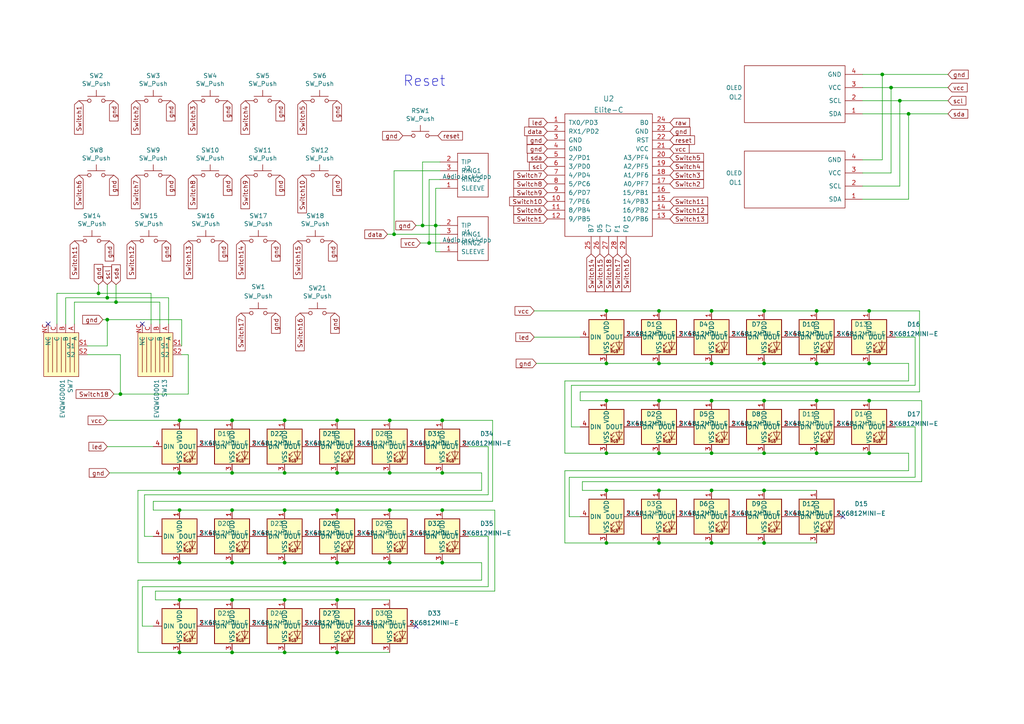
<source format=kicad_sch>
(kicad_sch (version 20211123) (generator eeschema)
  (paper "A4")
  (title_block (title "Sweep V2") (date "2021-03-10") (rev "0.1") (company "broomlabs"))
  (lib_symbols
    (symbol "Switch:SW_Push" (pin_numbers hide) (pin_names (offset 1.016) hide)
      (property "Reference" "SW" (at 1.27 2.54 0))
      (property "Value" "SW_Push" (at 0 -1.524 0))
      (symbol "SW_Push_0_1"
        (circle (center -2.032 0) (radius 0.508))
        (polyline (pts (xy 0 1.27) (xy 0 3.048)))
        (polyline (pts (xy 2.54 1.27) (xy -2.54 1.27)))
        (circle (center 2.032 0) (radius 0.508))
        (pin passive line (at -5.08 0 0) (length 2.54) (name "1") (number "1"))
        (pin passive line (at 5.08 0 180) (length 2.54) (name "2") (number "2"))
      )
    )
    (symbol "barobord:EVQWGD001" (pin_names (offset 1.016))
      (property "Reference" "SW" (at 3.81 6.35 0))
      (property "Value" "EVQWGD001" (at 0 -8.89 0))
      (symbol "EVQWGD001_0_1"
        (rectangle (start -6.35 3.81) (end 6.35 -6.35) (fill (type background)))
        (polyline (pts (xy -5.08 -5.08) (xy 5.08 -5.08)))
        (polyline (pts (xy -5.08 -3.81) (xy 5.08 -3.81)))
        (polyline (pts (xy -5.08 -2.54) (xy 5.08 -2.54)))
        (polyline (pts (xy -5.08 -1.27) (xy 5.08 -1.27)))
        (polyline (pts (xy -5.08 0) (xy 5.08 0)))
        (polyline (pts (xy -5.08 1.27) (xy 5.08 1.27)))
        (polyline (pts (xy -5.08 2.54) (xy 5.08 2.54)))
      )
      (symbol "EVQWGD001_1_1"
        (pin output line (at -8.89 2.54 0) (length 2.54) (name "A") (number "A"))
        (pin output line (at -8.89 0 0) (length 2.54) (name "B") (number "B"))
        (pin passive line (at -8.89 -2.54 0) (length 2.54) (name "C") (number "C"))
        (pin unspecified line (at -8.89 -5.08 0) (length 2.54) (name "NC") (number "NC"))
        (pin output line (at -2.54 6.35 270) (length 2.54) (name "S1") (number "S1"))
        (pin output line (at 0 6.35 270) (length 2.54) (name "S2") (number "S2"))
      )
    )
    (symbol "kbd:OLED" (pin_names (offset 1.016))
      (property "Reference" "OL" (at 0 2.54 0))
      (property "Value" "OLED" (at 0 -1.27 0))
      (symbol "OLED_0_1"
        (rectangle (start -13.97 8.89) (end 15.24 -7.62))
      )
      (symbol "OLED_1_1"
        (pin bidirectional line (at -19.05 6.35 0) (length 5.08) (name "SDA") (number "1"))
        (pin bidirectional line (at -19.05 2.54 0) (length 5.08) (name "SCL") (number "2"))
        (pin power_in line (at -19.05 -1.27 0) (length 5.08) (name "VCC") (number "3"))
        (pin power_in line (at -19.05 -5.08 0) (length 5.08) (name "GND") (number "4"))
      )
    )
    (symbol "keebio:Elite-C" (pin_names (offset 1.016))
      (property "Reference" "U" (at 0 0 0))
      (property "Value" "Elite-C" (at 0 2.54 0))
      (symbol "Elite-C_0_1"
        (rectangle (start 12.7 -19.05) (end -12.7 16.51))
      )
      (symbol "Elite-C_1_1"
        (pin input line (at -17.78 13.97 0) (length 5.08) (name "TX0/PD3") (number "1"))
        (pin input line (at -17.78 -8.89 0) (length 5.08) (name "7/PE6") (number "10"))
        (pin input line (at -17.78 -11.43 0) (length 5.08) (name "8/PB4") (number "11"))
        (pin input line (at -17.78 -13.97 0) (length 5.08) (name "9/PB5") (number "12"))
        (pin input line (at 17.78 -13.97 180) (length 5.08) (name "10/PB6") (number "13"))
        (pin input line (at 17.78 -11.43 180) (length 5.08) (name "16/PB2") (number "14"))
        (pin input line (at 17.78 -8.89 180) (length 5.08) (name "14/PB3") (number "15"))
        (pin input line (at 17.78 -6.35 180) (length 5.08) (name "15/PB1") (number "16"))
        (pin input line (at 17.78 -3.81 180) (length 5.08) (name "A0/PF7") (number "17"))
        (pin input line (at 17.78 -1.27 180) (length 5.08) (name "A1/PF6") (number "18"))
        (pin input line (at 17.78 1.27 180) (length 5.08) (name "A2/PF5") (number "19"))
        (pin input line (at -17.78 11.43 0) (length 5.08) (name "RX1/PD2") (number "2"))
        (pin input line (at 17.78 3.81 180) (length 5.08) (name "A3/PF4") (number "20"))
        (pin input line (at 17.78 6.35 180) (length 5.08) (name "VCC") (number "21"))
        (pin input line (at 17.78 8.89 180) (length 5.08) (name "RST") (number "22"))
        (pin input line (at 17.78 11.43 180) (length 5.08) (name "GND") (number "23"))
        (pin input line (at 17.78 13.97 180) (length 5.08) (name "B0") (number "24"))
        (pin input line (at -5.08 -24.13 90) (length 5.08) (name "B7") (number "25"))
        (pin input line (at -2.54 -24.13 90) (length 5.08) (name "D5") (number "26"))
        (pin input line (at 0 -24.13 90) (length 5.08) (name "C7") (number "27"))
        (pin input line (at 2.54 -24.13 90) (length 5.08) (name "F1") (number "28"))
        (pin input line (at 5.08 -24.13 90) (length 5.08) (name "F0") (number "29"))
        (pin input line (at -17.78 8.89 0) (length 5.08) (name "GND") (number "3"))
        (pin input line (at -17.78 6.35 0) (length 5.08) (name "GND") (number "4"))
        (pin input line (at -17.78 3.81 0) (length 5.08) (name "2/PD1") (number "5"))
        (pin input line (at -17.78 1.27 0) (length 5.08) (name "3/PD0") (number "6"))
        (pin input line (at -17.78 -1.27 0) (length 5.08) (name "4/PD4") (number "7"))
        (pin input line (at -17.78 -3.81 0) (length 5.08) (name "5/PC6") (number "8"))
        (pin input line (at -17.78 -6.35 0) (length 5.08) (name "6/PD7") (number "9"))
      )
    )
    (symbol "keebio:TRRS" (pin_names (offset 1.016))
      (property "Reference" "U" (at 0 15.24 0))
      (property "Value" "TRRS" (at 0 -2.54 0))
      (symbol "TRRS_0_1"
        (rectangle (start -3.81 0) (end -3.81 12.7))
        (rectangle (start -3.81 12.7) (end 5.08 12.7))
        (rectangle (start 5.08 0) (end -3.81 0))
        (rectangle (start 5.08 12.7) (end 5.08 0))
      )
      (symbol "TRRS_1_1"
        (pin input line (at -8.89 2.54 0) (length 5.08) (name "SLEEVE") (number "1"))
        (pin input line (at -8.89 10.16 0) (length 5.08) (name "TIP") (number "2"))
        (pin input line (at -8.89 7.62 0) (length 5.08) (name "RING1") (number "3"))
        (pin input line (at -8.89 5.08 0) (length 5.08) (name "RING2") (number "4"))
      )
    )
    (symbol "kicad-keyboard-parts:SK6812MINI-E" (pin_names (offset 0.254))
      (property "Reference" "D" (at 5.08 5.715 0))
      (property "Value" "SK6812MINI-E" (at 1.27 -5.715 0))
      (symbol "SK6812MINI-E_0_0"
        (text "RGB" (at 2.286 -4.191 0) (effects (font (size 0.762 0.762))))
      )
      (symbol "SK6812MINI-E_0_1"
        (polyline (pts (xy 1.27 -3.556) (xy 1.778 -3.556)))
        (polyline (pts (xy 1.27 -2.54) (xy 1.778 -2.54)))
        (polyline (pts (xy 4.699 -3.556) (xy 2.667 -3.556)))
        (polyline (pts (xy 2.286 -2.54) (xy 1.27 -3.556) (xy 1.27 -3.048)))
        (polyline (pts (xy 2.286 -1.524) (xy 1.27 -2.54) (xy 1.27 -2.032)))
        (polyline (pts (xy 3.683 -1.016) (xy 3.683 -3.556) (xy 3.683 -4.064)))
        (polyline (pts (xy 4.699 -1.524) (xy 2.667 -1.524) (xy 3.683 -3.556) (xy 4.699 -1.524)))
        (rectangle (start 5.08 5.08) (end -5.08 -5.08) (stroke (width 0.254)) (fill (type background)))
      )
      (symbol "SK6812MINI-E_1_1"
        (pin power_in line (at 0 7.62 270) (length 2.54) (name "VDD") (number "1"))
        (pin output line (at 7.62 0 180) (length 2.54) (name "DOUT") (number "2"))
        (pin power_in line (at 0 -7.62 90) (length 2.54) (name "VSS") (number "3"))
        (pin input line (at -7.62 0 0) (length 2.54) (name "DIN") (number "4"))
      )
    )
  )
  (junction (at 128.27 147.955))
  (junction (at 97.79 173.99))
  (junction (at 252.095 90.17))
  (junction (at 82.55 163.195))
  (junction (at 34.925 114.3))
  (junction (at 52.07 173.99))
  (junction (at 175.895 116.205))
  (junction (at 255.905 21.59))
  (junction (at 82.55 121.92))
  (junction (at 236.855 90.17))
  (junction (at 236.855 105.41))
  (junction (at 113.03 137.16))
  (junction (at 252.095 105.41))
  (junction (at 206.375 90.17))
  (junction (at 206.375 105.41))
  (junction (at 128.27 121.92))
  (junction (at 97.79 137.16))
  (junction (at 191.135 105.41))
  (junction (at 128.27 137.16))
  (junction (at 67.31 147.955))
  (junction (at 67.31 163.195))
  (junction (at 175.895 90.17))
  (junction (at 191.135 90.17))
  (junction (at 191.135 142.24))
  (junction (at 206.375 131.445))
  (junction (at 175.895 105.41))
  (junction (at 124.46 70.485))
  (junction (at 97.79 121.92))
  (junction (at 221.615 157.48))
  (junction (at 221.615 116.205))
  (junction (at 263.525 33.02))
  (junction (at 52.07 163.195))
  (junction (at 221.615 142.24))
  (junction (at 206.375 116.205))
  (junction (at 52.07 147.955))
  (junction (at 31.115 92.71))
  (junction (at 260.985 29.21))
  (junction (at 82.55 189.23))
  (junction (at 52.07 137.16))
  (junction (at 52.07 189.23))
  (junction (at 113.03 163.195))
  (junction (at 28.575 85.09))
  (junction (at 175.895 142.24))
  (junction (at 52.07 121.92))
  (junction (at 114.3 67.945))
  (junction (at 175.895 131.445))
  (junction (at 82.55 137.16))
  (junction (at 82.55 173.99))
  (junction (at 175.895 157.48))
  (junction (at 67.31 189.23))
  (junction (at 33.655 87.63))
  (junction (at 236.855 116.205))
  (junction (at 191.135 116.205))
  (junction (at 191.135 131.445))
  (junction (at 113.03 147.955))
  (junction (at 206.375 157.48))
  (junction (at 221.615 131.445))
  (junction (at 252.095 131.445))
  (junction (at 97.79 163.195))
  (junction (at 191.135 157.48))
  (junction (at 113.03 121.92))
  (junction (at 97.79 147.955))
  (junction (at 258.445 25.4))
  (junction (at 221.615 90.17))
  (junction (at 122.555 65.405))
  (junction (at 221.615 105.41))
  (junction (at 128.27 163.195))
  (junction (at 82.55 147.955))
  (junction (at 67.31 121.92))
  (junction (at 67.31 173.99))
  (junction (at 236.855 131.445))
  (junction (at 97.79 189.23))
  (junction (at 206.375 142.24))
  (junction (at 252.095 116.205))
  (junction (at 67.31 137.16))
  (junction (at 126.365 65.405))
  (junction (at 31.115 86.36))
  (no_connect (at 120.65 181.61))
  (no_connect (at 41.275 93.98))
  (no_connect (at 244.475 149.86))
  (no_connect (at 13.97 93.98))
  (wire (pts (xy 263.525 136.525) (xy 163.83 136.525)))
  (wire (pts (xy 267.335 116.205) (xy 267.335 139.7)))
  (wire (pts (xy 126.365 65.405) (xy 126.365 73.025)))
  (wire (pts (xy 16.51 85.09) (xy 16.51 93.98)))
  (wire (pts (xy 67.31 189.23) (xy 82.55 189.23)))
  (wire (pts (xy 25.4 100.33) (xy 31.115 100.33)))
  (wire (pts (xy 206.375 131.445) (xy 221.615 131.445)))
  (wire (pts (xy 113.03 137.16) (xy 128.27 137.16)))
  (wire (pts (xy 141.605 155.575) (xy 141.605 170.18)))
  (wire (pts (xy 112.395 67.945) (xy 114.3 67.945)))
  (wire (pts (xy 52.07 163.195) (xy 67.31 163.195)))
  (wire (pts (xy 28.575 85.09) (xy 28.575 82.55)))
  (wire (pts (xy 43.815 85.09) (xy 28.575 85.09)))
  (wire (pts (xy 31.115 121.92) (xy 52.07 121.92)))
  (wire (pts (xy 139.7 168.275) (xy 40.005 168.275)))
  (wire (pts (xy 274.955 33.02) (xy 263.525 33.02)))
  (wire (pts (xy 259.715 97.79) (xy 265.43 97.79)))
  (wire (pts (xy 139.7 142.24) (xy 40.005 142.24)))
  (wire (pts (xy 139.7 137.16) (xy 139.7 142.24)))
  (wire (pts (xy 97.79 189.23) (xy 113.03 189.23)))
  (wire (pts (xy 255.905 21.59) (xy 250.19 21.59)))
  (wire (pts (xy 31.115 100.33) (xy 31.115 92.71)))
  (wire (pts (xy 175.895 142.24) (xy 191.135 142.24)))
  (wire (pts (xy 113.03 121.92) (xy 128.27 121.92)))
  (wire (pts (xy 126.365 65.405) (xy 127.635 65.405)))
  (wire (pts (xy 265.43 138.43) (xy 165.1 138.43)))
  (wire (pts (xy 48.895 86.36) (xy 31.115 86.36)))
  (wire (pts (xy 263.525 110.49) (xy 163.83 110.49)))
  (wire (pts (xy 221.615 142.24) (xy 236.855 142.24)))
  (wire (pts (xy 120.65 65.405) (xy 122.555 65.405)))
  (wire (pts (xy 191.135 116.205) (xy 206.375 116.205)))
  (wire (pts (xy 67.31 173.99) (xy 82.55 173.99)))
  (wire (pts (xy 221.615 90.17) (xy 236.855 90.17)))
  (wire (pts (xy 41.91 155.575) (xy 44.45 155.575)))
  (wire (pts (xy 21.59 87.63) (xy 33.655 87.63)))
  (wire (pts (xy 252.095 116.205) (xy 267.335 116.205)))
  (wire (pts (xy 250.19 46.355) (xy 255.905 46.355)))
  (wire (pts (xy 175.895 131.445) (xy 191.135 131.445)))
  (wire (pts (xy 221.615 131.445) (xy 236.855 131.445)))
  (wire (pts (xy 260.985 29.21) (xy 250.19 29.21)))
  (wire (pts (xy 206.375 90.17) (xy 221.615 90.17)))
  (wire (pts (xy 46.355 93.98) (xy 46.355 87.63)))
  (wire (pts (xy 263.525 131.445) (xy 263.525 136.525)))
  (wire (pts (xy 163.83 131.445) (xy 175.895 131.445)))
  (wire (pts (xy 114.3 49.53) (xy 114.3 67.945)))
  (wire (pts (xy 165.735 123.825) (xy 168.275 123.825)))
  (wire (pts (xy 82.55 163.195) (xy 97.79 163.195)))
  (wire (pts (xy 82.55 121.92) (xy 97.79 121.92)))
  (wire (pts (xy 41.91 143.51) (xy 41.91 155.575)))
  (wire (pts (xy 168.91 139.7) (xy 168.91 142.24)))
  (wire (pts (xy 206.375 116.205) (xy 221.615 116.205)))
  (wire (pts (xy 82.55 189.23) (xy 97.79 189.23)))
  (wire (pts (xy 124.46 70.485) (xy 127.635 70.485)))
  (wire (pts (xy 82.55 173.99) (xy 97.79 173.99)))
  (wire (pts (xy 135.89 129.54) (xy 141.605 129.54)))
  (wire (pts (xy 168.275 113.665) (xy 168.275 116.205)))
  (wire (pts (xy 163.83 110.49) (xy 163.83 131.445)))
  (wire (pts (xy 175.895 157.48) (xy 191.135 157.48)))
  (wire (pts (xy 67.31 121.92) (xy 82.55 121.92)))
  (wire (pts (xy 52.705 92.71) (xy 52.705 100.33)))
  (wire (pts (xy 263.525 105.41) (xy 263.525 110.49)))
  (wire (pts (xy 67.31 163.195) (xy 82.55 163.195)))
  (wire (pts (xy 175.895 116.205) (xy 191.135 116.205)))
  (wire (pts (xy 34.925 102.87) (xy 34.925 114.3)))
  (wire (pts (xy 45.085 173.99) (xy 52.07 173.99)))
  (wire (pts (xy 128.27 147.955) (xy 143.51 147.955)))
  (wire (pts (xy 113.03 163.195) (xy 128.27 163.195)))
  (wire (pts (xy 82.55 137.16) (xy 97.79 137.16)))
  (wire (pts (xy 191.135 131.445) (xy 206.375 131.445)))
  (wire (pts (xy 33.655 82.55) (xy 33.655 87.63)))
  (wire (pts (xy 175.895 90.17) (xy 191.135 90.17)))
  (wire (pts (xy 206.375 142.24) (xy 221.615 142.24)))
  (wire (pts (xy 163.83 157.48) (xy 175.895 157.48)))
  (wire (pts (xy 31.115 92.71) (xy 52.705 92.71)))
  (wire (pts (xy 258.445 50.165) (xy 258.445 25.4)))
  (wire (pts (xy 255.905 46.355) (xy 255.905 21.59)))
  (wire (pts (xy 52.07 121.92) (xy 67.31 121.92)))
  (wire (pts (xy 48.895 93.98) (xy 48.895 86.36)))
  (wire (pts (xy 127.635 46.99) (xy 122.555 46.99)))
  (wire (pts (xy 21.59 87.63) (xy 21.59 93.98)))
  (wire (pts (xy 165.1 138.43) (xy 165.1 149.86)))
  (wire (pts (xy 265.43 97.79) (xy 265.43 111.76)))
  (wire (pts (xy 122.555 65.405) (xy 126.365 65.405)))
  (wire (pts (xy 127.635 54.61) (xy 126.365 54.61)))
  (wire (pts (xy 154.94 90.17) (xy 175.895 90.17)))
  (wire (pts (xy 221.615 105.41) (xy 236.855 105.41)))
  (wire (pts (xy 165.735 111.76) (xy 165.735 123.825)))
  (wire (pts (xy 126.365 54.61) (xy 126.365 65.405)))
  (wire (pts (xy 155.575 105.41) (xy 175.895 105.41)))
  (wire (pts (xy 154.94 97.79) (xy 168.275 97.79)))
  (wire (pts (xy 266.7 113.665) (xy 168.275 113.665)))
  (wire (pts (xy 250.19 57.785) (xy 263.525 57.785)))
  (wire (pts (xy 46.355 87.63) (xy 33.655 87.63)))
  (wire (pts (xy 250.19 53.975) (xy 260.985 53.975)))
  (wire (pts (xy 43.815 85.09) (xy 43.815 93.98)))
  (wire (pts (xy 141.605 129.54) (xy 141.605 143.51)))
  (wire (pts (xy 141.605 170.18) (xy 41.275 170.18)))
  (wire (pts (xy 236.855 116.205) (xy 252.095 116.205)))
  (wire (pts (xy 40.005 189.23) (xy 52.07 189.23)))
  (wire (pts (xy 128.27 121.92) (xy 142.875 121.92)))
  (wire (pts (xy 126.365 73.025) (xy 127.635 73.025)))
  (wire (pts (xy 52.07 173.99) (xy 67.31 173.99)))
  (wire (pts (xy 16.51 85.09) (xy 28.575 85.09)))
  (wire (pts (xy 252.095 90.17) (xy 266.7 90.17)))
  (wire (pts (xy 191.135 105.41) (xy 206.375 105.41)))
  (wire (pts (xy 97.79 147.955) (xy 113.03 147.955)))
  (wire (pts (xy 97.79 137.16) (xy 113.03 137.16)))
  (wire (pts (xy 127.635 49.53) (xy 114.3 49.53)))
  (wire (pts (xy 121.92 70.485) (xy 124.46 70.485)))
  (wire (pts (xy 260.985 53.975) (xy 260.985 29.21)))
  (wire (pts (xy 52.705 102.87) (xy 54.61 102.87)))
  (wire (pts (xy 113.03 147.955) (xy 128.27 147.955)))
  (wire (pts (xy 266.7 90.17) (xy 266.7 113.665)))
  (wire (pts (xy 221.615 157.48) (xy 236.855 157.48)))
  (wire (pts (xy 135.89 155.575) (xy 141.605 155.575)))
  (wire (pts (xy 206.375 157.48) (xy 221.615 157.48)))
  (wire (pts (xy 143.51 171.45) (xy 45.085 171.45)))
  (wire (pts (xy 142.875 145.415) (xy 44.45 145.415)))
  (wire (pts (xy 54.61 102.87) (xy 54.61 114.3)))
  (wire (pts (xy 19.05 86.36) (xy 19.05 93.98)))
  (wire (pts (xy 168.91 142.24) (xy 175.895 142.24)))
  (wire (pts (xy 31.115 129.54) (xy 44.45 129.54)))
  (wire (pts (xy 191.135 90.17) (xy 206.375 90.17)))
  (wire (pts (xy 44.45 145.415) (xy 44.45 147.955)))
  (wire (pts (xy 175.895 105.41) (xy 191.135 105.41)))
  (wire (pts (xy 263.525 57.785) (xy 263.525 33.02)))
  (wire (pts (xy 25.4 102.87) (xy 34.925 102.87)))
  (wire (pts (xy 274.955 25.4) (xy 258.445 25.4)))
  (wire (pts (xy 252.095 105.41) (xy 263.525 105.41)))
  (wire (pts (xy 250.19 50.165) (xy 258.445 50.165)))
  (wire (pts (xy 67.31 137.16) (xy 82.55 137.16)))
  (wire (pts (xy 236.855 90.17) (xy 252.095 90.17)))
  (wire (pts (xy 265.43 123.825) (xy 265.43 138.43)))
  (wire (pts (xy 236.855 131.445) (xy 252.095 131.445)))
  (wire (pts (xy 97.79 163.195) (xy 113.03 163.195)))
  (wire (pts (xy 274.955 21.59) (xy 255.905 21.59)))
  (wire (pts (xy 165.1 149.86) (xy 168.275 149.86)))
  (wire (pts (xy 221.615 116.205) (xy 236.855 116.205)))
  (wire (pts (xy 259.715 123.825) (xy 265.43 123.825)))
  (wire (pts (xy 128.27 163.195) (xy 139.7 163.195)))
  (wire (pts (xy 41.275 181.61) (xy 44.45 181.61)))
  (wire (pts (xy 40.005 163.195) (xy 52.07 163.195)))
  (wire (pts (xy 124.46 52.07) (xy 124.46 70.485)))
  (wire (pts (xy 263.525 33.02) (xy 250.19 33.02)))
  (wire (pts (xy 143.51 147.955) (xy 143.51 171.45)))
  (wire (pts (xy 67.31 147.955) (xy 82.55 147.955)))
  (wire (pts (xy 40.005 142.24) (xy 40.005 163.195)))
  (wire (pts (xy 168.275 116.205) (xy 175.895 116.205)))
  (wire (pts (xy 34.925 114.3) (xy 33.02 114.3)))
  (wire (pts (xy 52.07 189.23) (xy 67.31 189.23)))
  (wire (pts (xy 258.445 25.4) (xy 250.19 25.4)))
  (wire (pts (xy 265.43 111.76) (xy 165.735 111.76)))
  (wire (pts (xy 54.61 114.3) (xy 34.925 114.3)))
  (wire (pts (xy 142.875 121.92) (xy 142.875 145.415)))
  (wire (pts (xy 29.845 92.71) (xy 31.115 92.71)))
  (wire (pts (xy 82.55 147.955) (xy 97.79 147.955)))
  (wire (pts (xy 114.3 67.945) (xy 127.635 67.945)))
  (wire (pts (xy 141.605 143.51) (xy 41.91 143.51)))
  (wire (pts (xy 274.955 29.21) (xy 260.985 29.21)))
  (wire (pts (xy 31.75 137.16) (xy 52.07 137.16)))
  (wire (pts (xy 267.335 139.7) (xy 168.91 139.7)))
  (wire (pts (xy 41.275 170.18) (xy 41.275 181.61)))
  (wire (pts (xy 44.45 147.955) (xy 52.07 147.955)))
  (wire (pts (xy 139.7 163.195) (xy 139.7 168.275)))
  (wire (pts (xy 45.085 171.45) (xy 45.085 173.99)))
  (wire (pts (xy 163.83 136.525) (xy 163.83 157.48)))
  (wire (pts (xy 236.855 105.41) (xy 252.095 105.41)))
  (wire (pts (xy 52.07 147.955) (xy 67.31 147.955)))
  (wire (pts (xy 127.635 52.07) (xy 124.46 52.07)))
  (wire (pts (xy 122.555 46.99) (xy 122.555 65.405)))
  (wire (pts (xy 52.07 137.16) (xy 67.31 137.16)))
  (wire (pts (xy 97.79 173.99) (xy 113.03 173.99)))
  (wire (pts (xy 31.115 82.55) (xy 31.115 86.36)))
  (wire (pts (xy 191.135 142.24) (xy 206.375 142.24)))
  (wire (pts (xy 128.27 137.16) (xy 139.7 137.16)))
  (wire (pts (xy 252.095 131.445) (xy 263.525 131.445)))
  (wire (pts (xy 40.005 168.275) (xy 40.005 189.23)))
  (wire (pts (xy 206.375 105.41) (xy 221.615 105.41)))
  (wire (pts (xy 31.115 86.36) (xy 19.05 86.36)))
  (wire (pts (xy 97.79 121.92) (xy 113.03 121.92)))
  (wire (pts (xy 191.135 157.48) (xy 206.375 157.48)))
  (text "Reset" (at 116.84 25.4 0) (effects (font (size 2.9972 2.9972)) (justify left bottom)))
  (global_label "Switch11" (shape input) (at 21.59 69.85 270) (property "Intersheet References" "${INTERSHEET_REFS}" (effects hide)))
  (global_label "gnd" (shape input) (at 274.955 21.59 0) (property "Intersheet References" "${INTERSHEET_REFS}" (effects hide)))
  (global_label "Switch3" (shape input) (at 55.88 29.21 270) (property "Intersheet References" "${INTERSHEET_REFS}" (effects hide)))
  (global_label "vcc" (shape input) (at 121.92 70.485 180) (property "Intersheet References" "${INTERSHEET_REFS}" (effects hide)))
  (global_label "gnd" (shape input) (at 33.02 29.21 270) (property "Intersheet References" "${INTERSHEET_REFS}" (effects hide)))
  (global_label "gnd" (shape input) (at 158.75 40.64 180) (property "Intersheet References" "${INTERSHEET_REFS}" (effects hide)))
  (global_label "reset" (shape input) (at 127 39.37 0) (property "Intersheet References" "${INTERSHEET_REFS}" (effects hide)))
  (global_label "reset" (shape input) (at 194.31 40.64 0) (property "Intersheet References" "${INTERSHEET_REFS}" (effects hide)))
  (global_label "Switch17" (shape input) (at 69.85 90.805 270) (property "Intersheet References" "${INTERSHEET_REFS}" (effects hide)))
  (global_label "sda" (shape input) (at 33.655 82.55 90) (property "Intersheet References" "${INTERSHEET_REFS}" (effects hide)))
  (global_label "gnd" (shape input) (at 81.28 50.8 270) (property "Intersheet References" "${INTERSHEET_REFS}" (effects hide)))
  (global_label "vcc" (shape input) (at 31.115 121.92 180) (property "Intersheet References" "${INTERSHEET_REFS}" (effects hide)))
  (global_label "Switch12" (shape input) (at 194.31 60.96 0) (property "Intersheet References" "${INTERSHEET_REFS}" (effects hide)))
  (global_label "vcc" (shape input) (at 194.31 43.18 0) (property "Intersheet References" "${INTERSHEET_REFS}" (effects hide)))
  (global_label "Switch5" (shape input) (at 87.63 29.21 270) (property "Intersheet References" "${INTERSHEET_REFS}" (effects hide)))
  (global_label "gnd" (shape input) (at 48.26 69.85 270) (property "Intersheet References" "${INTERSHEET_REFS}" (effects hide)))
  (global_label "Switch1" (shape input) (at 22.86 29.21 270) (property "Intersheet References" "${INTERSHEET_REFS}" (effects hide)))
  (global_label "Switch14" (shape input) (at 171.45 73.66 270) (property "Intersheet References" "${INTERSHEET_REFS}" (effects hide)))
  (global_label "Switch13" (shape input) (at 194.31 63.5 0) (property "Intersheet References" "${INTERSHEET_REFS}" (effects hide)))
  (global_label "Switch13" (shape input) (at 54.61 69.85 270) (property "Intersheet References" "${INTERSHEET_REFS}" (effects hide)))
  (global_label "Switch10" (shape input) (at 158.75 58.42 180) (property "Intersheet References" "${INTERSHEET_REFS}" (effects hide)))
  (global_label "Switch14" (shape input) (at 69.85 69.85 270) (property "Intersheet References" "${INTERSHEET_REFS}" (effects hide)))
  (global_label "gnd" (shape input) (at 120.65 65.405 180) (property "Intersheet References" "${INTERSHEET_REFS}" (effects hide)))
  (global_label "gnd" (shape input) (at 66.04 50.8 270) (property "Intersheet References" "${INTERSHEET_REFS}" (effects hide)))
  (global_label "Switch8" (shape input) (at 158.75 53.34 180) (property "Intersheet References" "${INTERSHEET_REFS}" (effects hide)))
  (global_label "led" (shape input) (at 158.75 35.56 180) (property "Intersheet References" "${INTERSHEET_REFS}" (effects hide)))
  (global_label "scl" (shape input) (at 158.75 48.26 180) (property "Intersheet References" "${INTERSHEET_REFS}" (effects hide)))
  (global_label "Switch7" (shape input) (at 158.75 50.8 180) (property "Intersheet References" "${INTERSHEET_REFS}" (effects hide)))
  (global_label "Switch2" (shape input) (at 39.37 29.21 270) (property "Intersheet References" "${INTERSHEET_REFS}" (effects hide)))
  (global_label "Switch4" (shape input) (at 194.31 48.26 0) (property "Intersheet References" "${INTERSHEET_REFS}" (effects hide)))
  (global_label "gnd" (shape input) (at 155.575 105.41 180) (property "Intersheet References" "${INTERSHEET_REFS}" (effects hide)))
  (global_label "Switch9" (shape input) (at 71.12 50.8 270) (property "Intersheet References" "${INTERSHEET_REFS}" (effects hide)))
  (global_label "Switch1" (shape input) (at 158.75 63.5 180) (property "Intersheet References" "${INTERSHEET_REFS}" (effects hide)))
  (global_label "Switch8" (shape input) (at 55.88 50.8 270) (property "Intersheet References" "${INTERSHEET_REFS}" (effects hide)))
  (global_label "Switch15" (shape input) (at 86.36 69.85 270) (property "Intersheet References" "${INTERSHEET_REFS}" (effects hide)))
  (global_label "Switch9" (shape input) (at 158.75 55.88 180) (property "Intersheet References" "${INTERSHEET_REFS}" (effects hide)))
  (global_label "Switch12" (shape input) (at 38.1 69.85 270) (property "Intersheet References" "${INTERSHEET_REFS}" (effects hide)))
  (global_label "gnd" (shape input) (at 66.04 29.21 270) (property "Intersheet References" "${INTERSHEET_REFS}" (effects hide)))
  (global_label "Switch3" (shape input) (at 194.31 50.8 0) (property "Intersheet References" "${INTERSHEET_REFS}" (effects hide)))
  (global_label "Switch6" (shape input) (at 158.75 60.96 180) (property "Intersheet References" "${INTERSHEET_REFS}" (effects hide)))
  (global_label "gnd" (shape input) (at 97.79 29.21 270) (property "Intersheet References" "${INTERSHEET_REFS}" (effects hide)))
  (global_label "gnd" (shape input) (at 81.28 29.21 270) (property "Intersheet References" "${INTERSHEET_REFS}" (effects hide)))
  (global_label "gnd" (shape input) (at 80.01 69.85 270) (property "Intersheet References" "${INTERSHEET_REFS}" (effects hide)))
  (global_label "led" (shape input) (at 31.115 129.54 180) (property "Intersheet References" "${INTERSHEET_REFS}" (effects hide)))
  (global_label "gnd" (shape input) (at 158.75 43.18 180) (property "Intersheet References" "${INTERSHEET_REFS}" (effects hide)))
  (global_label "gnd" (shape input) (at 97.155 90.805 270) (property "Intersheet References" "${INTERSHEET_REFS}" (effects hide)))
  (global_label "Switch10" (shape input) (at 87.63 50.8 270) (property "Intersheet References" "${INTERSHEET_REFS}" (effects hide)))
  (global_label "scl" (shape input) (at 31.115 82.55 90) (property "Intersheet References" "${INTERSHEET_REFS}" (effects hide)))
  (global_label "gnd" (shape input) (at 64.77 69.85 270) (property "Intersheet References" "${INTERSHEET_REFS}" (effects hide)))
  (global_label "gnd" (shape input) (at 116.84 39.37 180) (property "Intersheet References" "${INTERSHEET_REFS}" (effects hide)))
  (global_label "gnd" (shape input) (at 49.53 29.21 270) (property "Intersheet References" "${INTERSHEET_REFS}" (effects hide)))
  (global_label "data" (shape input) (at 112.395 67.945 180) (property "Intersheet References" "${INTERSHEET_REFS}" (effects hide)))
  (global_label "gnd" (shape input) (at 28.575 82.55 90) (property "Intersheet References" "${INTERSHEET_REFS}" (effects hide)))
  (global_label "gnd" (shape input) (at 31.75 69.85 270) (property "Intersheet References" "${INTERSHEET_REFS}" (effects hide)))
  (global_label "Switch16" (shape input) (at 181.61 73.66 270) (property "Intersheet References" "${INTERSHEET_REFS}" (effects hide)))
  (global_label "gnd" (shape input) (at 49.53 50.8 270) (property "Intersheet References" "${INTERSHEET_REFS}" (effects hide)))
  (global_label "Switch15" (shape input) (at 173.99 73.66 270) (property "Intersheet References" "${INTERSHEET_REFS}" (effects hide)))
  (global_label "Switch2" (shape input) (at 194.31 53.34 0) (property "Intersheet References" "${INTERSHEET_REFS}" (effects hide)))
  (global_label "sda" (shape input) (at 158.75 45.72 180) (property "Intersheet References" "${INTERSHEET_REFS}" (effects hide)))
  (global_label "Switch16" (shape input) (at 86.995 90.805 270) (property "Intersheet References" "${INTERSHEET_REFS}" (effects hide)))
  (global_label "led" (shape input) (at 154.94 97.79 180) (property "Intersheet References" "${INTERSHEET_REFS}" (effects hide)))
  (global_label "scl" (shape input) (at 274.955 29.21 0) (property "Intersheet References" "${INTERSHEET_REFS}" (effects hide)))
  (global_label "gnd" (shape input) (at 97.79 50.8 270) (property "Intersheet References" "${INTERSHEET_REFS}" (effects hide)))
  (global_label "gnd" (shape input) (at 96.52 69.85 270) (property "Intersheet References" "${INTERSHEET_REFS}" (effects hide)))
  (global_label "Switch7" (shape input) (at 39.37 50.8 270) (property "Intersheet References" "${INTERSHEET_REFS}" (effects hide)))
  (global_label "Switch5" (shape input) (at 194.31 45.72 0) (property "Intersheet References" "${INTERSHEET_REFS}" (effects hide)))
  (global_label "Switch17" (shape input) (at 179.07 73.66 270) (property "Intersheet References" "${INTERSHEET_REFS}" (effects hide)))
  (global_label "Switch4" (shape input) (at 71.12 29.21 270) (property "Intersheet References" "${INTERSHEET_REFS}" (effects hide)))
  (global_label "gnd" (shape input) (at 29.845 92.71 180) (property "Intersheet References" "${INTERSHEET_REFS}" (effects hide)))
  (global_label "gnd" (shape input) (at 33.02 50.8 270) (property "Intersheet References" "${INTERSHEET_REFS}" (effects hide)))
  (global_label "data" (shape input) (at 158.75 38.1 180) (property "Intersheet References" "${INTERSHEET_REFS}" (effects hide)))
  (global_label "vcc" (shape input) (at 274.955 25.4 0) (property "Intersheet References" "${INTERSHEET_REFS}" (effects hide)))
  (global_label "Switch18" (shape input) (at 33.02 114.3 180) (property "Intersheet References" "${INTERSHEET_REFS}" (effects hide)))
  (global_label "gnd" (shape input) (at 31.75 137.16 180) (property "Intersheet References" "${INTERSHEET_REFS}" (effects hide)))
  (global_label "raw" (shape input) (at 194.31 35.56 0) (property "Intersheet References" "${INTERSHEET_REFS}" (effects hide)))
  (global_label "Switch11" (shape input) (at 194.31 58.42 0) (property "Intersheet References" "${INTERSHEET_REFS}" (effects hide)))
  (global_label "gnd" (shape input) (at 80.01 90.805 270) (property "Intersheet References" "${INTERSHEET_REFS}" (effects hide)))
  (global_label "sda" (shape input) (at 274.955 33.02 0) (property "Intersheet References" "${INTERSHEET_REFS}" (effects hide)))
  (global_label "Switch6" (shape input) (at 22.86 50.8 270) (property "Intersheet References" "${INTERSHEET_REFS}" (effects hide)))
  (global_label "vcc" (shape input) (at 154.94 90.17 180) (property "Intersheet References" "${INTERSHEET_REFS}" (effects hide)))
  (global_label "Switch18" (shape input) (at 176.53 73.66 270) (property "Intersheet References" "${INTERSHEET_REFS}" (effects hide)))
  (global_label "gnd" (shape input) (at 194.31 38.1 0) (property "Intersheet References" "${INTERSHEET_REFS}" (effects hide)))
  (symbol (lib_id "Switch:SW_Push") (at 27.94 29.21 0) (unit 1)
    (property "Reference" "SW2" (at 27.94 21.971 0))
    (property "Value" "SW_Push" (at 27.94 24.2824 0))
    (property "Footprint" "Keebio-Parts:Kailh-PG1350-1u-reversible" (effects hide))
  )
  (symbol (lib_id "Switch:SW_Push") (at 44.45 29.21 0) (unit 1)
    (property "Reference" "SW3" (at 44.45 21.971 0))
    (property "Value" "SW_Push" (at 44.45 24.2824 0))
    (property "Footprint" "Keebio-Parts:Kailh-PG1350-1u-reversible" (effects hide))
  )
  (symbol (lib_id "Switch:SW_Push") (at 60.96 29.21 0) (unit 1)
    (property "Reference" "SW4" (at 60.96 21.971 0))
    (property "Value" "SW_Push" (at 60.96 24.2824 0))
    (property "Footprint" "Keebio-Parts:Kailh-PG1350-1u-reversible" (effects hide))
  )
  (symbol (lib_id "Switch:SW_Push") (at 76.2 29.21 0) (unit 1)
    (property "Reference" "SW5" (at 76.2 21.971 0))
    (property "Value" "SW_Push" (at 76.2 24.2824 0))
    (property "Footprint" "Keebio-Parts:Kailh-PG1350-1u-reversible" (effects hide))
  )
  (symbol (lib_id "Switch:SW_Push") (at 92.71 29.21 0) (unit 1)
    (property "Reference" "SW6" (at 92.71 21.971 0))
    (property "Value" "SW_Push" (at 92.71 24.2824 0))
    (property "Footprint" "Keebio-Parts:Kailh-PG1350-1u-reversible" (effects hide))
  )
  (symbol (lib_id "Switch:SW_Push") (at 92.075 90.805 0) (unit 1)
    (property "Reference" "SW21" (at 92.075 83.566 0))
    (property "Value" "SW_Push" (at 92.075 85.8774 0))
    (property "Footprint" "Keebio-Parts:Kailh-PG1350-1u-reversible" (effects hide))
  )
  (symbol (lib_id "Switch:SW_Push") (at 27.94 50.8 0) (unit 1)
    (property "Reference" "SW8" (at 27.94 43.561 0))
    (property "Value" "SW_Push" (at 27.94 45.8724 0))
    (property "Footprint" "Keebio-Parts:Kailh-PG1350-1u-reversible" (effects hide))
  )
  (symbol (lib_id "Switch:SW_Push") (at 44.45 50.8 0) (unit 1)
    (property "Reference" "SW9" (at 44.45 43.561 0))
    (property "Value" "SW_Push" (at 44.45 45.8724 0))
    (property "Footprint" "Keebio-Parts:Kailh-PG1350-1u-reversible" (effects hide))
  )
  (symbol (lib_id "Switch:SW_Push") (at 60.96 50.8 0) (unit 1)
    (property "Reference" "SW10" (at 60.96 43.561 0))
    (property "Value" "SW_Push" (at 60.96 45.8724 0))
    (property "Footprint" "Keebio-Parts:Kailh-PG1350-1u-reversible" (effects hide))
  )
  (symbol (lib_id "Switch:SW_Push") (at 76.2 50.8 0) (unit 1)
    (property "Reference" "SW11" (at 76.2 43.561 0))
    (property "Value" "SW_Push" (at 76.2 45.8724 0))
    (property "Footprint" "Keebio-Parts:Kailh-PG1350-1u-reversible" (effects hide))
  )
  (symbol (lib_id "Switch:SW_Push") (at 92.71 50.8 0) (unit 1)
    (property "Reference" "SW12" (at 92.71 43.561 0))
    (property "Value" "SW_Push" (at 92.71 45.8724 0))
    (property "Footprint" "Keebio-Parts:Kailh-PG1350-1u-reversible" (effects hide))
  )
  (symbol (lib_id "Switch:SW_Push") (at 26.67 69.85 0) (unit 1)
    (property "Reference" "SW14" (at 26.67 62.611 0))
    (property "Value" "SW_Push" (at 26.67 64.9224 0))
    (property "Footprint" "Keebio-Parts:Kailh-PG1350-1u-reversible" (effects hide))
  )
  (symbol (lib_id "Switch:SW_Push") (at 43.18 69.85 0) (unit 1)
    (property "Reference" "SW15" (at 43.18 62.611 0))
    (property "Value" "SW_Push" (at 43.18 64.9224 0))
    (property "Footprint" "Keebio-Parts:Kailh-PG1350-1u-reversible" (effects hide))
  )
  (symbol (lib_id "Switch:SW_Push") (at 59.69 69.85 0) (unit 1)
    (property "Reference" "SW16" (at 59.69 62.611 0))
    (property "Value" "SW_Push" (at 59.69 64.9224 0))
    (property "Footprint" "Keebio-Parts:Kailh-PG1350-1u-reversible" (effects hide))
  )
  (symbol (lib_id "Switch:SW_Push") (at 74.93 69.85 0) (unit 1)
    (property "Reference" "SW17" (at 74.93 62.611 0))
    (property "Value" "SW_Push" (at 74.93 64.9224 0))
    (property "Footprint" "Keebio-Parts:Kailh-PG1350-1u-reversible" (effects hide))
  )
  (symbol (lib_id "Switch:SW_Push") (at 91.44 69.85 0) (unit 1)
    (property "Reference" "SW18" (at 91.44 62.611 0))
    (property "Value" "SW_Push" (at 91.44 64.9224 0))
    (property "Footprint" "Keebio-Parts:Kailh-PG1350-1u-reversible" (effects hide))
  )
  (symbol (lib_id "Switch:SW_Push") (at 121.92 39.37 0) (unit 1)
    (property "Reference" "RSW1" (at 121.92 32.131 0))
    (property "Value" "SW_Push" (at 121.92 34.4424 0))
    (property "Footprint" "Keebio-Parts:SW_Tactile_SPST_Angled_MJTP1117-no-mount" (effects hide))
  )
  (symbol (lib_id "keebio:TRRS") (at 136.525 75.565 0) (unit 1)
    (property "Reference" "J1" (at 135.4328 67.31 0))
    (property "Value" "AudioJack4dpb" (at 135.4328 69.6214 0))
    (property "Footprint" "Keebio-Parts:TRRS-PJ-320A" (effects hide))
  )
  (symbol (lib_id "keebio:TRRS") (at 136.525 57.15 0) (unit 1)
    (property "Reference" "J2" (at 135.4328 48.895 0))
    (property "Value" "AudioJack4dpb" (at 135.4328 51.2064 0))
    (property "Footprint" "Keebio-Parts:TRRS-PJ-320A" (effects hide))
  )
  (symbol (lib_id "keebio:Elite-C") (at 176.53 49.53 0) (unit 1)
    (property "Reference" "U2" (at 176.53 28.6161 0) (effects (font (size 1.524 1.524))))
    (property "Value" "Elite-C" (at 176.53 31.8951 0) (effects (font (size 1.524 1.524))))
    (property "Footprint" "Keebio-Parts:Elite-C" (effects hide))
  )
  (symbol (lib_id "kicad-keyboard-parts:SK6812MINI-E") (at 128.27 129.54 0) (unit 1)
    (property "Reference" "D34" (at 141.2066 125.8148 0))
    (property "Value" "SK6812MINI-E" (at 141.2066 128.5899 0))
    (property "Footprint" "sweep36:MX_SK6812MINI-E_REV" (effects hide))
    (property "Datasheet" "https://cdn-shop.adafruit.com/product-files/2686/SK6812MINI_REV.01-1-2.pdf" (effects hide))
  )
  (symbol (lib_id "kicad-keyboard-parts:SK6812MINI-E") (at 82.55 129.54 0) (unit 1)
    (property "Reference" "D25" (at 95.4866 125.8148 0))
    (property "Value" "SK6812MINI-E" (at 95.4866 128.5899 0))
    (property "Footprint" "sweep36:MX_SK6812MINI-E_REV" (effects hide))
    (property "Datasheet" "https://cdn-shop.adafruit.com/product-files/2686/SK6812MINI_REV.01-1-2.pdf" (effects hide))
  )
  (symbol (lib_id "kicad-keyboard-parts:SK6812MINI-E") (at 236.855 123.825 0) (unit 1)
    (property "Reference" "D14" (at 249.7916 120.0998 0))
    (property "Value" "SK6812MINI-E" (at 249.7916 122.8749 0))
    (property "Footprint" "sweep36:MX_SK6812MINI-E_REV" (effects hide))
    (property "Datasheet" "https://cdn-shop.adafruit.com/product-files/2686/SK6812MINI_REV.01-1-2.pdf" (effects hide))
  )
  (symbol (lib_id "kicad-keyboard-parts:SK6812MINI-E") (at 252.095 123.825 0) (unit 1)
    (property "Reference" "D17" (at 265.0316 120.0998 0))
    (property "Value" "SK6812MINI-E" (at 265.0316 122.8749 0))
    (property "Footprint" "sweep36:MX_SK6812MINI-E_REV" (effects hide))
    (property "Datasheet" "https://cdn-shop.adafruit.com/product-files/2686/SK6812MINI_REV.01-1-2.pdf" (effects hide))
  )
  (symbol (lib_id "kicad-keyboard-parts:SK6812MINI-E") (at 52.07 155.575 0) (unit 1)
    (property "Reference" "D20" (at 65.0066 151.8498 0))
    (property "Value" "SK6812MINI-E" (at 65.0066 154.6249 0))
    (property "Footprint" "sweep36:MX_SK6812MINI-E_REV" (effects hide))
    (property "Datasheet" "https://cdn-shop.adafruit.com/product-files/2686/SK6812MINI_REV.01-1-2.pdf" (effects hide))
  )
  (symbol (lib_id "kicad-keyboard-parts:SK6812MINI-E") (at 191.135 149.86 0) (unit 1)
    (property "Reference" "D6" (at 204.0716 146.1348 0))
    (property "Value" "SK6812MINI-E" (at 204.0716 148.9099 0))
    (property "Footprint" "sweep36:MX_SK6812MINI-E_REV" (effects hide))
    (property "Datasheet" "https://cdn-shop.adafruit.com/product-files/2686/SK6812MINI_REV.01-1-2.pdf" (effects hide))
  )
  (symbol (lib_id "Switch:SW_Push") (at 74.93 90.805 0) (unit 1)
    (property "Reference" "SW1" (at 74.93 83.185 0))
    (property "Value" "SW_Push" (at 74.93 85.8774 0))
    (property "Footprint" "Keebio-Parts:Kailh-PG1350-1u-reversible" (effects hide))
  )
  (symbol (lib_id "kicad-keyboard-parts:SK6812MINI-E") (at 113.03 155.575 0) (unit 1)
    (property "Reference" "D32" (at 125.9666 151.8498 0))
    (property "Value" "SK6812MINI-E" (at 125.9666 154.6249 0))
    (property "Footprint" "sweep36:MX_SK6812MINI-E_REV" (effects hide))
    (property "Datasheet" "https://cdn-shop.adafruit.com/product-files/2686/SK6812MINI_REV.01-1-2.pdf" (effects hide))
  )
  (symbol (lib_id "barobord:EVQWGD001") (at 46.355 102.87 270) (unit 1)
    (property "Reference" "SW13" (at 47.7266 109.9312 0) (effects (justify left)))
    (property "Value" "EVQWGD001" (at 45.4152 109.9312 0) (effects (justify left)))
    (property "Footprint" "sweep36:EVQWGD001-no-cutout" (effects hide))
  )
  (symbol (lib_id "kicad-keyboard-parts:SK6812MINI-E") (at 221.615 149.86 0) (unit 1)
    (property "Reference" "D12" (at 234.5516 146.1348 0))
    (property "Value" "SK6812MINI-E" (at 234.5516 148.9099 0))
    (property "Footprint" "sweep36:MX_SK6812MINI-E_REV" (effects hide))
    (property "Datasheet" "https://cdn-shop.adafruit.com/product-files/2686/SK6812MINI_REV.01-1-2.pdf" (effects hide))
  )
  (symbol (lib_id "kbd:OLED") (at 231.14 51.435 180) (unit 1)
    (property "Reference" "OL1" (at 215.265 52.9315 0) (effects (font (size 1.2954 1.2954)) (justify left)))
    (property "Value" "OLED" (at 215.265 50.2071 0) (effects (font (size 1.1938 1.1938)) (justify left)))
    (property "Footprint" "sweep36:OLED_v2" (effects hide))
  )
  (symbol (lib_id "barobord:EVQWGD001") (at 19.05 102.87 270) (unit 1)
    (property "Reference" "SW7" (at 20.4216 109.9312 0) (effects (justify left)))
    (property "Value" "EVQWGD001" (at 18.1102 109.9312 0) (effects (justify left)))
    (property "Footprint" "sweep36:EVQWGD001-no-cutout" (effects hide))
  )
  (symbol (lib_id "kbd:OLED") (at 231.14 26.67 180) (unit 1)
    (property "Reference" "OL2" (at 215.265 28.1665 0) (effects (font (size 1.2954 1.2954)) (justify left)))
    (property "Value" "OLED" (at 215.265 25.4421 0) (effects (font (size 1.1938 1.1938)) (justify left)))
    (property "Footprint" "sweep36:OLED_v2" (effects hide))
  )
  (symbol (lib_id "kicad-keyboard-parts:SK6812MINI-E") (at 236.855 149.86 0) (unit 1)
    (property "Reference" "D15" (at 249.7916 146.1348 0))
    (property "Value" "SK6812MINI-E" (at 249.7916 148.9099 0))
    (property "Footprint" "sweep36:MX_SK6812MINI-E_REV" (effects hide))
    (property "Datasheet" "https://cdn-shop.adafruit.com/product-files/2686/SK6812MINI_REV.01-1-2.pdf" (effects hide))
  )
  (symbol (lib_id "kicad-keyboard-parts:SK6812MINI-E") (at 97.79 129.54 0) (unit 1)
    (property "Reference" "D28" (at 110.7266 125.8148 0))
    (property "Value" "SK6812MINI-E" (at 110.7266 128.5899 0))
    (property "Footprint" "sweep36:MX_SK6812MINI-E_REV" (effects hide))
    (property "Datasheet" "https://cdn-shop.adafruit.com/product-files/2686/SK6812MINI_REV.01-1-2.pdf" (effects hide))
  )
  (symbol (lib_id "kicad-keyboard-parts:SK6812MINI-E") (at 82.55 155.575 0) (unit 1)
    (property "Reference" "D26" (at 95.4866 151.8498 0))
    (property "Value" "SK6812MINI-E" (at 95.4866 154.6249 0))
    (property "Footprint" "sweep36:MX_SK6812MINI-E_REV" (effects hide))
    (property "Datasheet" "https://cdn-shop.adafruit.com/product-files/2686/SK6812MINI_REV.01-1-2.pdf" (effects hide))
  )
  (symbol (lib_id "kicad-keyboard-parts:SK6812MINI-E") (at 206.375 123.825 0) (unit 1)
    (property "Reference" "D8" (at 219.3116 120.0998 0))
    (property "Value" "SK6812MINI-E" (at 219.3116 122.8749 0))
    (property "Footprint" "sweep36:MX_SK6812MINI-E_REV" (effects hide))
    (property "Datasheet" "https://cdn-shop.adafruit.com/product-files/2686/SK6812MINI_REV.01-1-2.pdf" (effects hide))
  )
  (symbol (lib_id "kicad-keyboard-parts:SK6812MINI-E") (at 175.895 97.79 0) (unit 1)
    (property "Reference" "D1" (at 188.8316 94.0648 0))
    (property "Value" "SK6812MINI-E" (at 188.8316 96.8399 0))
    (property "Footprint" "sweep36:MX_SK6812MINI-E_REV" (effects hide))
    (property "Datasheet" "https://cdn-shop.adafruit.com/product-files/2686/SK6812MINI_REV.01-1-2.pdf" (effects hide))
  )
  (symbol (lib_id "kicad-keyboard-parts:SK6812MINI-E") (at 175.895 123.825 0) (unit 1)
    (property "Reference" "D2" (at 188.8316 120.0998 0))
    (property "Value" "SK6812MINI-E" (at 188.8316 122.8749 0))
    (property "Footprint" "sweep36:MX_SK6812MINI-E_REV" (effects hide))
    (property "Datasheet" "https://cdn-shop.adafruit.com/product-files/2686/SK6812MINI_REV.01-1-2.pdf" (effects hide))
  )
  (symbol (lib_id "kicad-keyboard-parts:SK6812MINI-E") (at 113.03 129.54 0) (unit 1)
    (property "Reference" "D31" (at 125.9666 125.8148 0))
    (property "Value" "SK6812MINI-E" (at 125.9666 128.5899 0))
    (property "Footprint" "sweep36:MX_SK6812MINI-E_REV" (effects hide))
    (property "Datasheet" "https://cdn-shop.adafruit.com/product-files/2686/SK6812MINI_REV.01-1-2.pdf" (effects hide))
  )
  (symbol (lib_id "kicad-keyboard-parts:SK6812MINI-E") (at 67.31 181.61 0) (unit 1)
    (property "Reference" "D24" (at 80.2466 177.8848 0))
    (property "Value" "SK6812MINI-E" (at 80.2466 180.6599 0))
    (property "Footprint" "sweep36:MX_SK6812MINI-E_REV" (effects hide))
    (property "Datasheet" "https://cdn-shop.adafruit.com/product-files/2686/SK6812MINI_REV.01-1-2.pdf" (effects hide))
  )
  (symbol (lib_id "kicad-keyboard-parts:SK6812MINI-E") (at 67.31 155.575 0) (unit 1)
    (property "Reference" "D23" (at 80.2466 151.8498 0))
    (property "Value" "SK6812MINI-E" (at 80.2466 154.6249 0))
    (property "Footprint" "sweep36:MX_SK6812MINI-E_REV" (effects hide))
    (property "Datasheet" "https://cdn-shop.adafruit.com/product-files/2686/SK6812MINI_REV.01-1-2.pdf" (effects hide))
  )
  (symbol (lib_id "kicad-keyboard-parts:SK6812MINI-E") (at 52.07 129.54 0) (unit 1)
    (property "Reference" "D19" (at 65.0066 125.8148 0))
    (property "Value" "SK6812MINI-E" (at 65.0066 128.5899 0))
    (property "Footprint" "sweep36:MX_SK6812MINI-E_REV" (effects hide))
    (property "Datasheet" "https://cdn-shop.adafruit.com/product-files/2686/SK6812MINI_REV.01-1-2.pdf" (effects hide))
  )
  (symbol (lib_id "kicad-keyboard-parts:SK6812MINI-E") (at 221.615 97.79 0) (unit 1)
    (property "Reference" "D10" (at 234.5516 94.0648 0))
    (property "Value" "SK6812MINI-E" (at 234.5516 96.8399 0))
    (property "Footprint" "sweep36:MX_SK6812MINI-E_REV" (effects hide))
    (property "Datasheet" "https://cdn-shop.adafruit.com/product-files/2686/SK6812MINI_REV.01-1-2.pdf" (effects hide))
  )
  (symbol (lib_id "kicad-keyboard-parts:SK6812MINI-E") (at 206.375 97.79 0) (unit 1)
    (property "Reference" "D7" (at 219.3116 94.0648 0))
    (property "Value" "SK6812MINI-E" (at 219.3116 96.8399 0))
    (property "Footprint" "sweep36:MX_SK6812MINI-E_REV" (effects hide))
    (property "Datasheet" "https://cdn-shop.adafruit.com/product-files/2686/SK6812MINI_REV.01-1-2.pdf" (effects hide))
  )
  (symbol (lib_id "kicad-keyboard-parts:SK6812MINI-E") (at 191.135 123.825 0) (unit 1)
    (property "Reference" "D5" (at 204.0716 120.0998 0))
    (property "Value" "SK6812MINI-E" (at 204.0716 122.8749 0))
    (property "Footprint" "sweep36:MX_SK6812MINI-E_REV" (effects hide))
    (property "Datasheet" "https://cdn-shop.adafruit.com/product-files/2686/SK6812MINI_REV.01-1-2.pdf" (effects hide))
  )
  (symbol (lib_id "kicad-keyboard-parts:SK6812MINI-E") (at 113.03 181.61 0) (unit 1)
    (property "Reference" "D33" (at 125.9666 177.8848 0))
    (property "Value" "SK6812MINI-E" (at 125.9666 180.6599 0))
    (property "Footprint" "sweep36:MX_SK6812MINI-E_REV" (effects hide))
    (property "Datasheet" "https://cdn-shop.adafruit.com/product-files/2686/SK6812MINI_REV.01-1-2.pdf" (effects hide))
  )
  (symbol (lib_id "kicad-keyboard-parts:SK6812MINI-E") (at 97.79 155.575 0) (unit 1)
    (property "Reference" "D29" (at 110.7266 151.8498 0))
    (property "Value" "SK6812MINI-E" (at 110.7266 154.6249 0))
    (property "Footprint" "sweep36:MX_SK6812MINI-E_REV" (effects hide))
    (property "Datasheet" "https://cdn-shop.adafruit.com/product-files/2686/SK6812MINI_REV.01-1-2.pdf" (effects hide))
  )
  (symbol (lib_id "kicad-keyboard-parts:SK6812MINI-E") (at 82.55 181.61 0) (unit 1)
    (property "Reference" "D27" (at 95.4866 177.8848 0))
    (property "Value" "SK6812MINI-E" (at 95.4866 180.6599 0))
    (property "Footprint" "sweep36:MX_SK6812MINI-E_REV" (effects hide))
    (property "Datasheet" "https://cdn-shop.adafruit.com/product-files/2686/SK6812MINI_REV.01-1-2.pdf" (effects hide))
  )
  (symbol (lib_id "kicad-keyboard-parts:SK6812MINI-E") (at 236.855 97.79 0) (unit 1)
    (property "Reference" "D13" (at 249.7916 94.0648 0))
    (property "Value" "SK6812MINI-E" (at 249.7916 96.8399 0))
    (property "Footprint" "sweep36:MX_SK6812MINI-E_REV" (effects hide))
    (property "Datasheet" "https://cdn-shop.adafruit.com/product-files/2686/SK6812MINI_REV.01-1-2.pdf" (effects hide))
  )
  (symbol (lib_id "kicad-keyboard-parts:SK6812MINI-E") (at 252.095 97.79 0) (unit 1)
    (property "Reference" "D16" (at 265.0316 94.0648 0))
    (property "Value" "SK6812MINI-E" (at 265.0316 96.8399 0))
    (property "Footprint" "sweep36:MX_SK6812MINI-E_REV" (effects hide))
    (property "Datasheet" "https://cdn-shop.adafruit.com/product-files/2686/SK6812MINI_REV.01-1-2.pdf" (effects hide))
  )
  (symbol (lib_id "kicad-keyboard-parts:SK6812MINI-E") (at 206.375 149.86 0) (unit 1)
    (property "Reference" "D9" (at 219.3116 146.1348 0))
    (property "Value" "SK6812MINI-E" (at 219.3116 148.9099 0))
    (property "Footprint" "sweep36:MX_SK6812MINI-E_REV" (effects hide))
    (property "Datasheet" "https://cdn-shop.adafruit.com/product-files/2686/SK6812MINI_REV.01-1-2.pdf" (effects hide))
  )
  (symbol (lib_id "kicad-keyboard-parts:SK6812MINI-E") (at 221.615 123.825 0) (unit 1)
    (property "Reference" "D11" (at 234.5516 120.0998 0))
    (property "Value" "SK6812MINI-E" (at 234.5516 122.8749 0))
    (property "Footprint" "sweep36:MX_SK6812MINI-E_REV" (effects hide))
    (property "Datasheet" "https://cdn-shop.adafruit.com/product-files/2686/SK6812MINI_REV.01-1-2.pdf" (effects hide))
  )
  (symbol (lib_id "kicad-keyboard-parts:SK6812MINI-E") (at 175.895 149.86 0) (unit 1)
    (property "Reference" "D3" (at 188.8316 146.1348 0))
    (property "Value" "SK6812MINI-E" (at 188.8316 148.9099 0))
    (property "Footprint" "sweep36:MX_SK6812MINI-E_REV" (effects hide))
    (property "Datasheet" "https://cdn-shop.adafruit.com/product-files/2686/SK6812MINI_REV.01-1-2.pdf" (effects hide))
  )
  (symbol (lib_id "kicad-keyboard-parts:SK6812MINI-E") (at 97.79 181.61 0) (unit 1)
    (property "Reference" "D30" (at 110.7266 177.8848 0))
    (property "Value" "SK6812MINI-E" (at 110.7266 180.6599 0))
    (property "Footprint" "sweep36:MX_SK6812MINI-E_REV" (effects hide))
    (property "Datasheet" "https://cdn-shop.adafruit.com/product-files/2686/SK6812MINI_REV.01-1-2.pdf" (effects hide))
  )
  (symbol (lib_id "kicad-keyboard-parts:SK6812MINI-E") (at 128.27 155.575 0) (unit 1)
    (property "Reference" "D35" (at 141.2066 151.8498 0))
    (property "Value" "SK6812MINI-E" (at 141.2066 154.6249 0))
    (property "Footprint" "sweep36:MX_SK6812MINI-E_REV" (effects hide))
    (property "Datasheet" "https://cdn-shop.adafruit.com/product-files/2686/SK6812MINI_REV.01-1-2.pdf" (effects hide))
  )
  (symbol (lib_id "kicad-keyboard-parts:SK6812MINI-E") (at 52.07 181.61 0) (unit 1)
    (property "Reference" "D21" (at 65.0066 177.8848 0))
    (property "Value" "SK6812MINI-E" (at 65.0066 180.6599 0))
    (property "Footprint" "sweep36:MX_SK6812MINI-E_REV" (effects hide))
    (property "Datasheet" "https://cdn-shop.adafruit.com/product-files/2686/SK6812MINI_REV.01-1-2.pdf" (effects hide))
  )
  (symbol (lib_id "kicad-keyboard-parts:SK6812MINI-E") (at 191.135 97.79 0) (unit 1)
    (property "Reference" "D4" (at 204.0716 94.0648 0))
    (property "Value" "SK6812MINI-E" (at 204.0716 96.8399 0))
    (property "Footprint" "sweep36:MX_SK6812MINI-E_REV" (effects hide))
    (property "Datasheet" "https://cdn-shop.adafruit.com/product-files/2686/SK6812MINI_REV.01-1-2.pdf" (effects hide))
  )
  (symbol (lib_id "kicad-keyboard-parts:SK6812MINI-E") (at 67.31 129.54 0) (unit 1)
    (property "Reference" "D22" (at 80.2466 125.8148 0))
    (property "Value" "SK6812MINI-E" (at 80.2466 128.5899 0))
    (property "Footprint" "sweep36:MX_SK6812MINI-E_REV" (effects hide))
    (property "Datasheet" "https://cdn-shop.adafruit.com/product-files/2686/SK6812MINI_REV.01-1-2.pdf" (effects hide))
  )
)
</source>
